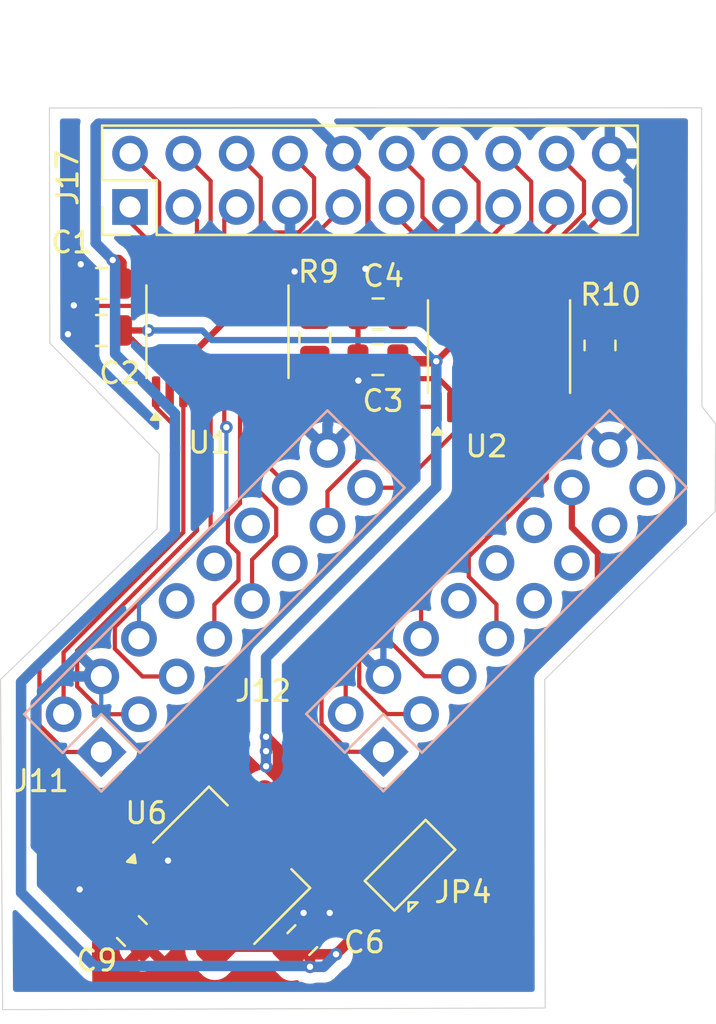
<source format=kicad_pcb>
(kicad_pcb (version 20240108) (generator "pcbnew") (generator_version "8.0")
  (layers (0 "F.Cu" signal) (31 "B.Cu" signal) (34 "B.Paste" user) (35 "F.Paste" user) (36 "B.SilkS" user "B.Silkscreen") (37 "F.SilkS" user "F.Silkscreen") (38 "B.Mask" user) (39 "F.Mask" user) (44 "Edge.Cuts" user))
  (net 0 "")
  (net 1 "GND")
  (net 2 "+3V3")
  (net 3 "/8bit_bus/D1_6")
  (net 4 "/8bit_bus/CM_D_P4")
  (net 5 "/8bit_bus/CM_A_N5")
  (net 6 "/8bit_bus/CM_B_N3")
  (net 7 "/8bit_bus/D1_5")
  (net 8 "/8bit_bus/D1_2")
  (net 9 "/8bit_bus/D1_3")
  (net 10 "/8bit_bus/CM_E_N4")
  (net 11 "/8bit_bus/CM_C_P3")
  (net 12 "/8bit_bus/CM_CLK_M3")
  (net 13 "/8bit_bus/CM_STB_N1")
  (net 14 "/8bit_bus/D1_1")
  (net 15 "/8bit_bus/CM_OE_M4")
  (net 16 "/8bit_bus/D1_4")
  (net 17 "/8bit_bus/D2_2")
  (net 19 "/8bit_bus/D2_3")
  (net 22 "/8bit_bus/D2_6")
  (net 23 "/8bit_bus/D2_5")
  (net 27 "/8bit_bus/D2_4")
  (net 29 "/8bit_bus/D2_1")
  (net 30 "+5V")
  (net 31 "Net-(J12-Pin_14)")
  (net 32 "/8bit_bus/D0")
  (net 33 "/8bit_bus/D2")
  (net 34 "/8bit_bus/D4")
  (net 35 "/8bit_bus/D6")
  (net 36 "/8bit_bus/D1")
  (net 37 "/8bit_bus/D3")
  (net 38 "/8bit_bus/D7")
  (net 39 "/8bit_bus/D5")
  (net 40 "/8bit_bus/OE")
  (net 41 "/8bit_bus/D11")
  (net 42 "/8bit_bus/CLK")
  (net 43 "/8bit_bus/D10")
  (net 44 "/8bit_bus/A")
  (net 45 "/8bit_bus/STB")
  (net 46 "/8bit_bus/D9")
  (net 47 "/8bit_bus/D8")
  (net 48 "Net-(U1-OE)")
  (net 49 "Net-(U2-OE)")
  (footprint "Capacitor_SMD:C_0805_2012Metric" (layer "F.Cu") (at 38.502142 58.490601 45)
    (property "Reference" "C6" (at 2.018013 2.162333 180) (layer "F.SilkS"))
    (property "Value" "C_Small")
    (pad "1" smd roundrect (at -0.949999 0 45) (size 1 1.45) (layers "F.Cu" "F.Paste" "F.Mask") (net 30 "+5V"))
    (pad "2" smd roundrect (at 0.949999 0 45) (size 1 1.45) (layers "F.Cu" "F.Paste" "F.Mask") (net 1 "GND"))
  )
  (footprint "Capacitor_SMD:C_0805_2012Metric" (layer "F.Cu") (at 28.935893 29.48425 180)
    (property "Reference" "C2" (at -0.8636 -2.032 0) (layer "F.SilkS"))
    (property "Value" "100nF")
    (pad "1" smd roundrect (at -0.949999 0 180) (size 1 1.45) (layers "F.Cu" "F.Paste" "F.Mask") (net 2 "+3V3"))
    (pad "2" smd roundrect (at 0.949999 0 180) (size 1 1.45) (layers "F.Cu" "F.Paste" "F.Mask") (net 1 "GND"))
  )
  (footprint "Jumper:SolderJumper-3_P1.3mm_Open_Pad1.0x1.5mm" (layer "F.Cu") (at 43.633893 54.92885 45)
    (property "Reference" "JP4" (at 0.881762 2.686582 0) (layer "F.SilkS"))
    (property "Value" "Jumper_2_Open")
    (pad "1" smd rect (at -1.3 0 45) (size 1 1.5) (layers "F.Cu" "F.Mask") (net 30 "+5V"))
    (pad "2" smd rect (at 0 0 45) (size 1 1.5) (layers "F.Cu" "F.Mask") (net 31 "Net-(J12-Pin_14)"))
    (pad "3" smd rect (at 1.3 0 45) (size 1 1.5) (layers "F.Cu" "F.Mask"))
  )
  (footprint "Capacitor_SMD:C_0805_2012Metric" (layer "F.Cu") (at 42.103892 30.86885 180)
    (property "Reference" "C3" (at -0.243201 -1.9682 0) (layer "F.SilkS"))
    (property "Value" "100nF")
    (pad "1" smd roundrect (at -0.949999 0 180) (size 1 1.45) (layers "F.Cu" "F.Paste" "F.Mask") (net 2 "+3V3"))
    (pad "2" smd roundrect (at 0.949999 0 180) (size 1 1.45) (layers "F.Cu" "F.Paste" "F.Mask") (net 1 "GND"))
  )
  (footprint "Resistor_SMD:R_0805_2012Metric" (layer "F.Cu") (at 52.684893 30.19545 90)
    (property "Reference" "R10" (at 2.413 0.508 0) (layer "F.SilkS"))
    (property "Value" "1k")
    (pad "1" smd roundrect (at -0.9125 0 90) (size 1.025 1.4) (layers "F.Cu" "F.Paste" "F.Mask") (roundrect_rratio 0.243902) (net 49 "Net-(U2-OE)"))
    (pad "2" smd roundrect (at 0.9125 0 90) (size 1.025 1.4) (layers "F.Cu" "F.Paste" "F.Mask") (roundrect_rratio 0.243902) (net 2 "+3V3"))
  )
  (footprint "Capacitor_SMD:C_0805_2012Metric" (layer "F.Cu") (at 42.113894 28.69885 180)
    (property "Reference" "C4" (at -0.258599 1.8054 0) (layer "F.SilkS"))
    (property "Value" "100nF")
    (pad "1" smd roundrect (at -0.949999 0 180) (size 1 1.45) (layers "F.Cu" "F.Paste" "F.Mask") (net 30 "+5V"))
    (pad "2" smd roundrect (at 0.949999 0 180) (size 1 1.45) (layers "F.Cu" "F.Paste" "F.Mask") (net 1 "GND"))
  )
  (footprint "Resistor_SMD:R_0805_2012Metric" (layer "F.Cu") (at 39.095893 29.81445 90)
    (property "Reference" "R9" (at 3.1203 0.1782 180) (layer "F.SilkS"))
    (property "Value" "1k")
    (pad "1" smd roundrect (at -0.9125 0 90) (size 1.025 1.4) (layers "F.Cu" "F.Paste" "F.Mask") (roundrect_rratio 0.243902) (net 48 "Net-(U1-OE)"))
    (pad "2" smd roundrect (at 0.9125 0 90) (size 1.025 1.4) (layers "F.Cu" "F.Paste" "F.Mask") (roundrect_rratio 0.243902) (net 2 "+3V3"))
  )
  (footprint "Capacitor_SMD:C_0805_2012Metric" (layer "F.Cu") (at 30.382142 58.057099 135)
    (property "Reference" "C9" (at 0.194948 -2.173646 180) (layer "F.SilkS"))
    (property "Value" "C_Small")
    (pad "1" smd roundrect (at -0.949999 0 135) (size 1 1.45) (layers "F.Cu" "F.Paste" "F.Mask") (net 2 "+3V3"))
    (pad "2" smd roundrect (at 0.949999 0 135) (size 1 1.45) (layers "F.Cu" "F.Paste" "F.Mask") (net 1 "GND"))
  )
  (footprint "Package_SO:TSSOP-20_4.4x6.5mm_P0.65mm" (layer "F.Cu") (at 34.458893 29.54135 90)
    (property "Reference" "U1" (at -5.2769 -0.3922 180) (layer "F.SilkS"))
    (property "Value" "TXS0108EPW")
    (pad "1" smd roundrect (at -2.8625 -2.925 90) (size 1.475 0.4) (layers "F.Cu" "F.Paste" "F.Mask") (net 14 "/8bit_bus/D1_1"))
    (pad "2" smd roundrect (at -2.8625 -2.275 90) (size 1.475 0.4) (layers "F.Cu" "F.Paste" "F.Mask") (net 2 "+3V3"))
    (pad "3" smd roundrect (at -2.8625 -1.625 90) (size 1.475 0.4) (layers "F.Cu" "F.Paste" "F.Mask") (net 8 "/8bit_bus/D1_2"))
    (pad "4" smd roundrect (at -2.8625 -0.975 90) (size 1.475 0.4) (layers "F.Cu" "F.Paste" "F.Mask") (net 9 "/8bit_bus/D1_3"))
    (pad "5" smd roundrect (at -2.8625 -0.325 90) (size 1.475 0.4) (layers "F.Cu" "F.Paste" "F.Mask") (net 16 "/8bit_bus/D1_4"))
    (pad "6" smd roundrect (at -2.8625 0.325 90) (size 1.475 0.4) (layers "F.Cu" "F.Paste" "F.Mask") (net 7 "/8bit_bus/D1_5"))
    (pad "7" smd roundrect (at -2.8625 0.975 90) (size 1.475 0.4) (layers "F.Cu" "F.Paste" "F.Mask") (net 3 "/8bit_bus/D1_6"))
    (pad "8" smd roundrect (at -2.8625 1.625 90) (size 1.475 0.4) (layers "F.Cu" "F.Paste" "F.Mask") (net 5 "/8bit_bus/CM_A_N5"))
    (pad "9" smd roundrect (at -2.8625 2.275 90) (size 1.475 0.4) (layers "F.Cu" "F.Paste" "F.Mask") (net 13 "/8bit_bus/CM_STB_N1"))
    (pad "10" smd roundrect (at -2.8625 2.925 90) (size 1.475 0.4) (layers "F.Cu" "F.Paste" "F.Mask") (net 48 "Net-(U1-OE)"))
    (pad "11" smd roundrect (at 2.8625 2.925 90) (size 1.475 0.4) (layers "F.Cu" "F.Paste" "F.Mask") (net 1 "GND"))
    (pad "12" smd roundrect (at 2.8625 2.275 90) (size 1.475 0.4) (layers "F.Cu" "F.Paste" "F.Mask") (net 45 "/8bit_bus/STB"))
    (pad "13" smd roundrect (at 2.8625 1.625 90) (size 1.475 0.4) (layers "F.Cu" "F.Paste" "F.Mask") (net 44 "/8bit_bus/A"))
    (pad "14" smd roundrect (at 2.8625 0.975 90) (size 1.475 0.4) (layers "F.Cu" "F.Paste" "F.Mask") (net 39 "/8bit_bus/D5"))
    (pad "15" smd roundrect (at 2.8625 0.325 90) (size 1.475 0.4) (layers "F.Cu" "F.Paste" "F.Mask") (net 34 "/8bit_bus/D4"))
    (pad "16" smd roundrect (at 2.8625 -0.325 90) (size 1.475 0.4) (layers "F.Cu" "F.Paste" "F.Mask") (net 37 "/8bit_bus/D3"))
    (pad "17" smd roundrect (at 2.8625 -0.975 90) (size 1.475 0.4) (layers "F.Cu" "F.Paste" "F.Mask") (net 33 "/8bit_bus/D2"))
    (pad "18" smd roundrect (at 2.8625 -1.625 90) (size 1.475 0.4) (layers "F.Cu" "F.Paste" "F.Mask") (net 36 "/8bit_bus/D1"))
    (pad "19" smd roundrect (at 2.8625 -2.275 90) (size 1.475 0.4) (layers "F.Cu" "F.Paste" "F.Mask") (net 30 "+5V"))
    (pad "20" smd roundrect (at 2.8625 -2.925 90) (size 1.475 0.4) (layers "F.Cu" "F.Paste" "F.Mask") (net 32 "/8bit_bus/D0"))
  )
  (footprint "Package_TO_SOT_SMD:SOT-223-3_TabPin2" (layer "F.Cu") (at 35.113893 54.94885 45)
    (property "Reference" "U6" (at -1.089934 -4.629711 180) (layer "F.SilkS"))
    (property "Value" "AMS1117-3.3")
    (pad "1" smd roundrect (at -3.15 -2.3 45) (size 2 1.5) (layers "F.Cu" "F.Paste" "F.Mask") (net 1 "GND"))
    (pad "2" smd roundrect (at -3.149999 0 45) (size 2 1.5) (layers "F.Cu" "F.Paste" "F.Mask") (net 2 "+3V3"))
    (pad "2" smd roundrect (at 3.149999 0 45) (size 2 3.8) (layers "F.Cu" "F.Paste" "F.Mask") (net 2 "+3V3"))
    (pad "3" smd roundrect (at -3.15 2.3 45) (size 2 1.5) (layers "F.Cu" "F.Paste" "F.Mask") (net 30 "+5V"))
  )
  (footprint "Package_SO:TSSOP-20_4.4x6.5mm_P0.65mm" (layer "F.Cu") (at 47.873893 30.251349 90)
    (property "Reference" "U2" (at -4.744701 -0.5992 180) (layer "F.SilkS"))
    (property "Value" "TXS0108EPW")
    (pad "1" smd roundrect (at -2.8625 -2.925 90) (size 1.475 0.4) (layers "F.Cu" "F.Paste" "F.Mask") (net 12 "/8bit_bus/CM_CLK_M3"))
    (pad "2" smd roundrect (at -2.8625 -2.275 90) (size 1.475 0.4) (layers "F.Cu" "F.Paste" "F.Mask") (net 2 "+3V3"))
    (pad "3" smd roundrect (at -2.8625 -1.625 90) (size 1.475 0.4) (layers "F.Cu" "F.Paste" "F.Mask") (net 15 "/8bit_bus/CM_OE_M4"))
    (pad "4" smd roundrect (at -2.8625 -0.975 90) (size 1.475 0.4) (layers "F.Cu" "F.Paste" "F.Mask") (net 29 "/8bit_bus/D2_1"))
    (pad "5" smd roundrect (at -2.8625 -0.325 90) (size 1.475 0.4) (layers "F.Cu" "F.Paste" "F.Mask") (net 17 "/8bit_bus/D2_2"))
    (pad "6" smd roundrect (at -2.8625 0.325 90) (size 1.475 0.4) (layers "F.Cu" "F.Paste" "F.Mask") (net 19 "/8bit_bus/D2_3"))
    (pad "7" smd roundrect (at -2.8625 0.975 90) (size 1.475 0.4) (layers "F.Cu" "F.Paste" "F.Mask") (net 27 "/8bit_bus/D2_4"))
    (pad "8" smd roundrect (at -2.8625 1.625 90) (size 1.475 0.4) (layers "F.Cu" "F.Paste" "F.Mask") (net 23 "/8bit_bus/D2_5"))
    (pad "9" smd roundrect (at -2.8625 2.275 90) (size 1.475 0.4) (layers "F.Cu" "F.Paste" "F.Mask") (net 22 "/8bit_bus/D2_6"))
    (pad "10" smd roundrect (at -2.8625 2.925 90) (size 1.475 0.4) (layers "F.Cu" "F.Paste" "F.Mask") (net 49 "Net-(U2-OE)"))
    (pad "11" smd roundrect (at 2.8625 2.925 90) (size 1.475 0.4) (layers "F.Cu" "F.Paste" "F.Mask") (net 1 "GND"))
    (pad "12" smd roundrect (at 2.8625 2.275 90) (size 1.475 0.4) (layers "F.Cu" "F.Paste" "F.Mask") (net 41 "/8bit_bus/D11"))
    (pad "13" smd roundrect (at 2.8625 1.625 90) (size 1.475 0.4) (layers "F.Cu" "F.Paste" "F.Mask") (net 43 "/8bit_bus/D10"))
    (pad "14" smd roundrect (at 2.8625 0.975 90) (size 1.475 0.4) (layers "F.Cu" "F.Paste" "F.Mask") (net 46 "/8bit_bus/D9"))
    (pad "15" smd roundrect (at 2.8625 0.325 90) (size 1.475 0.4) (layers "F.Cu" "F.Paste" "F.Mask") (net 47 "/8bit_bus/D8"))
    (pad "16" smd roundrect (at 2.8625 -0.325 90) (size 1.475 0.4) (layers "F.Cu" "F.Paste" "F.Mask") (net 38 "/8bit_bus/D7"))
    (pad "17" smd roundrect (at 2.8625 -0.975 90) (size 1.475 0.4) (layers "F.Cu" "F.Paste" "F.Mask") (net 35 "/8bit_bus/D6"))
    (pad "18" smd roundrect (at 2.8625 -1.625 90) (size 1.475 0.4) (layers "F.Cu" "F.Paste" "F.Mask") (net 40 "/8bit_bus/OE"))
    (pad "19" smd roundrect (at 2.8625 -2.275 90) (size 1.475 0.4) (layers "F.Cu" "F.Paste" "F.Mask") (net 30 "+5V"))
    (pad "20" smd roundrect (at 2.8625 -2.925 90) (size 1.475 0.4) (layers "F.Cu" "F.Paste" "F.Mask") (net 42 "/8bit_bus/CLK"))
  )
  (footprint "Connector_PinHeader_2.54mm:PinHeader_2x10_P2.54mm_Vertical" (layer "F.Cu") (at 30.293893 23.60885 90)
    (property "Reference" "J17" (at 1.389 -2.9836 90) (layer "F.SilkS"))
    (property "Value" "Conn_02x10_Odd_Even")
    (pad "1" thru_hole rect (at 0 0 90) (size 1.7 1.7) (drill 1) (layers "*.Cu" "*.Mask") (net 32 "/8bit_bus/D0"))
    (pad "2" thru_hole oval (at 2.54 0 90) (size 1.7 1.7) (drill 1) (layers "*.Cu" "*.Mask") (net 36 "/8bit_bus/D1"))
    (pad "3" thru_hole oval (at 0 2.54 90) (size 1.7 1.7) (drill 1) (layers "*.Cu" "*.Mask") (net 33 "/8bit_bus/D2"))
    (pad "4" thru_hole oval (at 2.54 2.54 90) (size 1.7 1.7) (drill 1) (layers "*.Cu" "*.Mask") (net 37 "/8bit_bus/D3"))
    (pad "5" thru_hole oval (at 0 5.079999 90) (size 1.7 1.7) (drill 1) (layers "*.Cu" "*.Mask") (net 34 "/8bit_bus/D4"))
    (pad "6" thru_hole oval (at 2.54 5.08 90) (size 1.7 1.7) (drill 1) (layers "*.Cu" "*.Mask") (net 39 "/8bit_bus/D5"))
    (pad "7" thru_hole oval (at 0 7.62 90) (size 1.7 1.7) (drill 1) (layers "*.Cu" "*.Mask") (net 1 "GND"))
    (pad "8" thru_hole oval (at 2.54 7.62 90) (size 1.7 1.7) (drill 1) (layers "*.Cu" "*.Mask") (net 44 "/8bit_bus/A"))
    (pad "9" thru_hole oval (at 0 10.16 90) (size 1.7 1.7) (drill 1) (layers "*.Cu" "*.Mask") (net 45 "/8bit_bus/STB"))
    (pad "10" thru_hole oval (at 2.54 10.16 90) (size 1.7 1.7) (drill 1) (layers "*.Cu" "*.Mask") (net 30 "+5V"))
    (pad "11" thru_hole oval (at 0 12.7 90) (size 1.7 1.7) (drill 1) (layers "*.Cu" "*.Mask") (net 42 "/8bit_bus/CLK"))
    (pad "12" thru_hole oval (at 2.54 12.7 90) (size 1.7 1.7) (drill 1) (layers "*.Cu" "*.Mask") (net 40 "/8bit_bus/OE"))
    (pad "13" thru_hole oval (at 0 15.24 90) (size 1.7 1.7) (drill 1) (layers "*.Cu" "*.Mask") (net 1 "GND"))
    (pad "14" thru_hole oval (at 2.54 15.24 90) (size 1.7 1.7) (drill 1) (layers "*.Cu" "*.Mask") (net 35 "/8bit_bus/D6"))
    (pad "15" thru_hole oval (at 0 17.780001 90) (size 1.7 1.7) (drill 1) (layers "*.Cu" "*.Mask") (net 38 "/8bit_bus/D7"))
    (pad "16" thru_hole oval (at 2.54 17.78 90) (size 1.7 1.7) (drill 1) (layers "*.Cu" "*.Mask") (net 47 "/8bit_bus/D8"))
    (pad "17" thru_hole oval (at 0 20.32 90) (size 1.7 1.7) (drill 1) (layers "*.Cu" "*.Mask") (net 46 "/8bit_bus/D9"))
    (pad "18" thru_hole oval (at 2.54 20.32 90) (size 1.7 1.7) (drill 1) (layers "*.Cu" "*.Mask") (net 43 "/8bit_bus/D10"))
    (pad "19" thru_hole oval (at 0 22.86 90) (size 1.7 1.7) (drill 1) (layers "*.Cu" "*.Mask") (net 41 "/8bit_bus/D11"))
    (pad "20" thru_hole oval (at 2.54 22.86 90) (size 1.7 1.7) (drill 1) (layers "*.Cu" "*.Mask") (net 1 "GND"))
  )
  (footprint "Capacitor_SMD:C_0805_2012Metric" (layer "F.Cu") (at 28.935893 27.24905 180)
    (property "Reference" "C1" (at 1.4224 1.9558 0) (layer "F.SilkS"))
    (property "Value" "100nF")
    (pad "1" smd roundrect (at -0.949999 0 180) (size 1 1.45) (layers "F.Cu" "F.Paste" "F.Mask") (net 30 "+5V"))
    (pad "2" smd roundrect (at 0.949999 0 180) (size 1 1.45) (layers "F.Cu" "F.Paste" "F.Mask") (net 1 "GND"))
  )
  (footprint "Connector_PinSocket_2.54mm:PinSocket_2x08_P2.54mm_Vertical" (layer "B.Cu") (at 28.923893 49.53885 -45)
    (property "Reference" "J11" (at -1.061084 3.016942 180) (layer "F.SilkS"))
    (property "Value" "Conn_02x08_Odd_Even")
    (pad "1" thru_hole rect (at 0 0 315) (size 1.7 1.7) (drill 1) (layers "*.Cu" "*.Mask") (net 14 "/8bit_bus/D1_1"))
    (pad "2" thru_hole oval (at -2.54 0 315) (size 1.7 1.7) (drill 1) (layers "*.Cu" "*.Mask") (net 8 "/8bit_bus/D1_2"))
    (pad "3" thru_hole oval (at 0 -2.54 315) (size 1.7 1.7) (drill 1) (layers "*.Cu" "*.Mask") (net 9 "/8bit_bus/D1_3"))
    (pad "4" thru_hole oval (at -2.54 -2.54 315) (size 1.7 1.7) (drill 1) (layers "*.Cu" "*.Mask") (net 1 "GND"))
    (pad "5" thru_hole oval (at 0 -5.079999 315) (size 1.7 1.7) (drill 1) (layers "*.Cu" "*.Mask") (net 16 "/8bit_bus/D1_4"))
    (pad "6" thru_hole oval (at -2.54 -5.08 315) (size 1.7 1.7) (drill 1) (layers "*.Cu" "*.Mask") (net 7 "/8bit_bus/D1_5"))
    (pad "7" thru_hole oval (at 0 -7.62 315) (size 1.7 1.7) (drill 1) (layers "*.Cu" "*.Mask") (net 3 "/8bit_bus/D1_6"))
    (pad "8" thru_hole oval (at -2.54 -7.62 315) (size 1.7 1.7) (drill 1) (layers "*.Cu" "*.Mask") (net 10 "/8bit_bus/CM_E_N4"))
    (pad "9" thru_hole oval (at 0 -10.16 315) (size 1.7 1.7) (drill 1) (layers "*.Cu" "*.Mask") (net 5 "/8bit_bus/CM_A_N5"))
    (pad "10" thru_hole oval (at -2.54 -10.16 315) (size 1.7 1.7) (drill 1) (layers "*.Cu" "*.Mask") (net 6 "/8bit_bus/CM_B_N3"))
    (pad "11" thru_hole oval (at 0 -12.7 315) (size 1.7 1.7) (drill 1) (layers "*.Cu" "*.Mask") (net 11 "/8bit_bus/CM_C_P3"))
    (pad "12" thru_hole oval (at -2.54 -12.7 315) (size 1.7 1.7) (drill 1) (layers "*.Cu" "*.Mask") (net 4 "/8bit_bus/CM_D_P4"))
    (pad "13" thru_hole oval (at 0 -15.24 315) (size 1.7 1.7) (drill 1) (layers "*.Cu" "*.Mask") (net 12 "/8bit_bus/CM_CLK_M3"))
    (pad "14" thru_hole oval (at -2.54 -15.24 315) (size 1.7 1.7) (drill 1) (layers "*.Cu" "*.Mask") (net 13 "/8bit_bus/CM_STB_N1"))
    (pad "15" thru_hole oval (at 0 -17.780001 315) (size 1.7 1.7) (drill 1) (layers "*.Cu" "*.Mask") (net 15 "/8bit_bus/CM_OE_M4"))
    (pad "16" thru_hole oval (at -2.54 -17.78 315) (size 1.7 1.7) (drill 1) (layers "*.Cu" "*.Mask") (net 1 "GND"))
  )
  (footprint "Connector_PinSocket_2.54mm:PinSocket_2x08_P2.54mm_Vertical" (layer "B.Cu") (at 42.363893 49.52885 -45)
    (property "Reference" "J12" (at -6.103321 2.002668 180) (layer "F.SilkS"))
    (property "Value" "Conn_02x08_Odd_Even" (hide yes))
    (pad "1" thru_hole rect (at 0 0 315) (size 1.7 1.7) (drill 1) (layers "*.Cu" "*.Mask") (net 29 "/8bit_bus/D2_1"))
    (pad "2" thru_hole oval (at -2.54 0 315) (size 1.7 1.7) (drill 1) (layers "*.Cu" "*.Mask") (net 17 "/8bit_bus/D2_2"))
    (pad "3" thru_hole oval (at 0 -2.54 315) (size 1.7 1.7) (drill 1) (layers "*.Cu" "*.Mask") (net 19 "/8bit_bus/D2_3"))
    (pad "4" thru_hole oval (at -2.54 -2.54 315) (size 1.7 1.7) (drill 1) (layers "*.Cu" "*.Mask") (net 1 "GND"))
    (pad "5" thru_hole oval (at 0 -5.079999 315) (size 1.7 1.7) (drill 1) (layers "*.Cu" "*.Mask") (net 27 "/8bit_bus/D2_4"))
    (pad "6" thru_hole oval (at -2.54 -5.08 315) (size 1.7 1.7) (drill 1) (layers "*.Cu" "*.Mask") (net 23 "/8bit_bus/D2_5"))
    (pad "7" thru_hole oval (at 0 -7.62 315) (size 1.7 1.7) (drill 1) (layers "*.Cu" "*.Mask") (net 22 "/8bit_bus/D2_6"))
    (pad "8" thru_hole oval (at -2.54 -7.62 315) (size 1.7 1.7) (drill 1) (layers "*.Cu" "*.Mask"))
    (pad "9" thru_hole oval (at 0 -10.16 315) (size 1.7 1.7) (drill 1) (layers "*.Cu" "*.Mask"))
    (pad "10" thru_hole oval (at -2.54 -10.16 315) (size 1.7 1.7) (drill 1) (layers "*.Cu" "*.Mask"))
    (pad "11" thru_hole oval (at 0 -12.7 315) (size 1.7 1.7) (drill 1) (layers "*.Cu" "*.Mask"))
    (pad "12" thru_hole oval (at -2.54 -12.7 315) (size 1.7 1.7) (drill 1) (layers "*.Cu" "*.Mask"))
    (pad "13" thru_hole oval (at 0 -15.24 315) (size 1.7 1.7) (drill 1) (layers "*.Cu" "*.Mask"))
    (pad "14" thru_hole oval (at -2.54 -15.24 315) (size 1.7 1.7) (drill 1) (layers "*.Cu" "*.Mask") (net 31 "Net-(J12-Pin_14)"))
    (pad "15" thru_hole oval (at 0 -17.780001 315) (size 1.7 1.7) (drill 1) (layers "*.Cu" "*.Mask"))
    (pad "16" thru_hole oval (at -2.54 -17.78 315) (size 1.7 1.7) (drill 1) (layers "*.Cu" "*.Mask") (net 1 "GND"))
  )
  (gr_poly (pts (xy 31.683893 35.35885) (xy 26.473893 30.08885) (xy 26.453893 18.89885) (xy 57.523893 18.88885) (xy 57.543893 33.10885) (xy 58.193893 33.93885) (xy 58.173893 38.08885) (xy 50.053893 46.08885) (xy 50.073893 61.71885) (xy 24.223893 61.79885) (xy 24.123893 46.08885) (xy 31.583893 38.91885)) (stroke (width 0.05)) (fill none) (layer "Edge.Cuts"))
  (segment (start 54.437493 22.35245) (end 53.153893 21.06885) (width 0.3) (layer "F.Cu") (net 1))
  (segment (start 29.710391 57.099661) (end 31.260161 55.549891) (width 0.5) (layer "F.Cu") (net 1))
  (segment (start 41.153893 31.84885) (end 41.173893 31.86885) (width 0.25) (layer "F.Cu") (net 1))
  (segment (start 37.383893 27.416349) (end 37.383893 26.67885) (width 0.2) (layer "F.Cu") (net 1))
  (segment (start 32.103893 54.706159) (end 31.260161 55.549891) (width 0.5) (layer "F.Cu") (net 1))
  (segment (start 50.798893 27.388849) (end 52.157892 26.02985) (width 0.3) (layer "F.Cu") (net 1))
  (segment (start 39.183893 57.81885) (end 39.807093 57.19565) (width 0.3) (layer "F.Cu") (net 1))
  (segment (start 27.985894 28.31585) (end 36.484392 28.31585) (width 0.2) (layer "F.Cu") (net 1))
  (segment (start 27.985894 28.31585) (end 27.985894 28.21425) (width 0.2) (layer "F.Cu") (net 1))
  (segment (start 41.163895 28.69885) (end 39.143895 26.67885) (width 0.25) (layer "F.Cu") (net 1))
  (segment (start 27.808094 29.66205) (end 27.985894 29.48425) (width 0.2) (layer "F.Cu") (net 1))
  (segment (start 41.163895 26.893848) (end 41.163895 28.69885) (width 0.2) (layer "F.Cu") (net 1))
  (segment (start 27.985894 28.21425) (end 27.985894 27.24905) (width 0.2) (layer "F.Cu") (net 1))
  (segment (start 41.508893 26.54885) (end 41.163895 26.893848) (width 0.2) (layer "F.Cu") (net 1))
  (segment (start 27.985894 28.21425) (end 27.691293 28.21425) (width 0.2) (layer "F.Cu") (net 1))
  (segment (start 41.153893 28.708852) (end 41.163895 28.69885) (width 0.25) (layer "F.Cu") (net 1))
  (segment (start 29.710391 57.385348) (end 29.201791 57.385348) (width 0.5) (layer "F.Cu") (net 1))
  (segment (start 29.201791 57.385348) (end 27.894493 56.07805) (width 0.5) (layer "F.Cu") (net 1))
  (segment (start 52.157892 26.02985) (end 53.446893 26.02985) (width 0.3) (layer "F.Cu") (net 1))
  (segment (start 39.173893 57.81885) (end 39.173893 57.80705) (width 0.3) (layer "F.Cu") (net 1))
  (segment (start 39.173893 57.80705) (end 38.562493 57.19565) (width 0.3) (layer "F.Cu") (net 1))
  (segment (start 27.985894 29.48425) (end 27.985894 28.31585) (width 0.2) (layer "F.Cu") (net 1))
  (segment (start 27.691293 28.21425) (end 27.615093 28.29045) (width 0.2) (layer "F.Cu") (net 1))
  (segment (start 36.484392 28.31585) (end 37.383893 27.416349) (width 0.2) (layer "F.Cu") (net 1))
  (segment (start 41.153893 30.86885) (end 41.153893 31.84885) (width 0.25) (layer "F.Cu") (net 1))
  (segment (start 41.153893 30.86885) (end 41.153893 28.708852) (width 0.25) (layer "F.Cu") (net 1))
  (segment (start 39.173893 57.81885) (end 39.183893 57.81885) (width 0.3) (layer "F.Cu") (net 1))
  (segment (start 54.437493 25.03925) (end 54.437493 22.35245) (width 0.3) (layer "F.Cu") (net 1))
  (segment (start 27.335693 29.66205) (end 27.808094 29.66205) (width 0.2) (layer "F.Cu") (net 1))
  (segment (start 29.710391 57.385348) (end 29.710391 57.099661) (width 0.5) (layer "F.Cu") (net 1))
  (segment (start 53.446893 26.02985) (end 54.437493 25.03925) (width 0.3) (layer "F.Cu") (net 1))
  (segment (start 27.985894 26.375251) (end 27.945293 26.33465) (width 0.2) (layer "F.Cu") (net 1))
  (segment (start 27.985894 27.24905) (end 27.985894 26.375251) (width 0.2) (layer "F.Cu") (net 1))
  (segment (start 39.143895 26.67885) (end 37.383893 26.67885) (width 0.25) (layer "F.Cu") (net 1))
  (via (at 27.894493 56.07805) (size 0.6) (drill 0.3) (layers "F.Cu" "B.Cu") (net 1))
  (via (at 41.508893 26.54885) (size 0.6) (drill 0.3) (layers "F.Cu" "B.Cu") (net 1))
  (via (at 41.173893 31.86885) (size 0.6) (drill 0.3) (layers "F.Cu" "B.Cu") (net 1))
  (via (at 32.103893 54.706159) (size 0.6) (drill 0.3) (layers "F.Cu" "B.Cu") (net 1))
  (via (at 27.615093 28.29045) (size 0.6) (drill 0.3) (layers "F.Cu" "B.Cu") (net 1))
  (via (at 27.335693 29.66205) (size 0.6) (drill 0.3) (layers "F.Cu" "B.Cu") (net 1))
  (via (at 38.562493 57.19565) (size 0.6) (drill 0.3) (layers "F.Cu" "B.Cu") (net 1))
  (via (at 38.133893 26.67885) (size 0.6) (drill 0.3) (layers "F.Cu" "B.Cu") (net 1))
  (via (at 27.945293 26.33465) (size 0.6) (drill 0.3) (layers "F.Cu" "B.Cu") (net 1))
  (via (at 39.807093 57.19565) (size 0.6) (drill 0.3) (layers "F.Cu" "B.Cu") (net 1))
  (segment (start 38.843893 25.28885) (end 38.903893 25.34885) (width 0.5) (layer "B.Cu") (net 1))
  (segment (start 38.263893 26.54885) (end 43.883893 26.54885) (width 0.5) (layer "B.Cu") (net 1))
  (segment (start 27.894493 56.07805) (end 25.803893 53.98745) (width 0.5) (layer "B.Cu") (net 1))
  (segment (start 42.363893 45.936748) (end 41.354595 44.92745) (width 0.3) (layer "B.Cu") (net 1))
  (segment (start 54.453893 22.36885) (end 53.153893 21.06885) (width 0.5) (layer "B.Cu") (net 1))
  (segment (start 30.732002 56.07805) (end 32.103893 54.706159) (width 0.5) (layer "B.Cu") (net 1))
  (segment (start 53.1402 35.16044) (end 54.453893 33.846747) (width 0.5) (layer "B.Cu") (net 1))
  (segment (start 38.383893 25.28885) (end 38.843893 25.28885) (width 0.5) (layer "B.Cu") (net 1))
  (segment (start 27.894493 56.07805) (end 28.148493 55.82405) (width 0.5) (layer "B.Cu") (net 1))
  (segment (start 41.354595 44.92745) (end 39.146693 44.92745) (width 0.3) (layer "B.Cu") (net 1))
  (segment (start 42.363893 45.936748) (end 42.363893 42.75985) (width 0.3) (layer "B.Cu") (net 1))
  (segment (start 25.803893 47.22827) (end 27.085415 45.946748) (width 0.5) (layer "B.Cu") (net 1))
  (segment (start 39.730893 33.937666) (end 39.730893 32.22745) (width 0.5) (layer "B.Cu") (net 1))
  (segment (start 37.913893 26.45885) (end 38.133893 26.67885) (width 0.5) (layer "B.Cu") (net 1))
  (segment (start 38.133893 26.67885) (end 38.263893 26.54885) (width 0.5) (layer "B.Cu") (net 1))
  (segment (start 37.913893 23.60885) (end 37.913893 24.81885) (width 0.5) (layer "B.Cu") (net 1))
  (segment (start 54.453893 33.846747) (end 54.453893 22.36885) (width 0.5) (layer "B.Cu") (net 1))
  (segment (start 27.085415 45.946748) (end 28.923893 45.946748) (width 0.5) (layer "B.Cu") (net 1))
  (segment (start 28.923893 47.573094) (end 31.302771 49.951972) (width 0.2) (layer "B.Cu") (net 1))
  (segment (start 27.894493 56.07805) (end 30.732002 56.07805) (width 0.5) (layer "B.Cu") (net 1))
  (segment (start 38.903893 25.34885) (end 44.663893 25.34885) (width 0.5) (layer "B.Cu") (net 1))
  (segment (start 28.148493 53.10625) (end 31.302771 49.951972) (width 0.5) (layer "B.Cu") (net 1))
  (segment (start 31.302771 49.951972) (end 32.103893 50.753094) (width 0.2) (layer "B.Cu") (net 1))
  (segment (start 39.730893 32.22745) (end 40.815293 32.22745) (width 0.5) (layer "B.Cu") (net 1))
  (segment (start 25.803893 53.98745) (end 25.803893 47.22827) (width 0.5) (layer "B.Cu") (net 1))
  (segment (start 37.913893 24.81885) (end 38.383893 25.28885) (width 0.5) (layer "B.Cu") (net 1))
  (segment (start 44.663893 25.34885) (end 45.533893 24.47885) (width 0.5) (layer "B.Cu") (net 1))
  (segment (start 45.533893 24.89885) (end 45.093893 25.33885) (width 0.25) (layer "B.Cu") (net 1))
  (segment (start 27.945293 26.33465) (end 27.945293 29.05245) (width 0.2) (layer "B.Cu") (net 1))
  (segment (start 40.815293 32.22745) (end 41.173893 31.86885) (width 0.5) (layer "B.Cu") (net 1))
  (segment (start 39.7002 33.968359) (end 39.730893 33.937666) (width 0.5) (layer "B.Cu") (net 1))
  (segment (start 42.363893 42.75985) (end 42.347093 42.74305) (width 0.3) (layer "B.Cu") (net 1))
  (segment (start 28.923893 45.946748) (end 28.923893 47.573094) (width 0.2) (layer "B.Cu") (net 1))
  (segment (start 39.7002 35.17044) (end 39.7002 33.968359) (width 0.5) (layer "B.Cu") (net 1))
  (segment (start 37.913893 23.60885) (end 37.913893 26.45885) (width 0.5) (layer "B.Cu") (net 1))
  (segment (start 45.533893 24.47885) (end 45.533893 23.60885) (width 0.5) (layer "B.Cu") (net 1))
  (segment (start 43.883893 26.54885) (end 45.093893 25.33885) (width 0.5) (layer "B.Cu") (net 1))
  (segment (start 45.533893 23.60885) (end 45.533893 24.89885) (width 0.25) (layer "B.Cu") (net 1))
  (segment (start 32.103893 50.753094) (end 32.103893 54.706159) (width 0.2) (layer "B.Cu") (net 1))
  (segment (start 27.945293 29.05245) (end 27.335693 29.66205) (width 0.2) (layer "B.Cu") (net 1))
  (segment (start 28.148493 55.82405) (end 28.148493 53.10625) (width 0.5) (layer "B.Cu") (net 1))
  (segment (start 31.333893 58.72885) (end 32.886507 57.176236) (width 0.5) (layer "F.Cu") (net 2))
  (segment (start 44.883893 30.94885) (end 43.133891 30.94885) (width 0.5) (layer "F.Cu") (net 2))
  (segment (start 43.963891 31.77885) (end 43.053891 30.86885) (width 0.25) (layer "F.Cu") (net 2))
  (segment (start 37.341279 50.786236) (end 37.341279 49.381036) (width 0.5) (layer "F.Cu") (net 2))
  (segment (start 36.773893 50.21885) (end 36.773893 49.49945) (width 0.5) (layer "F.Cu") (net 2))
  (segment (start 34.959125 28.90195) (end 32.183893 31.677182) (width 0.3) (layer "F.Cu") (net 2))
  (segment (start 45.598893 33.113849) (end 45.598893 32.37385) (width 0.25) (layer "F.Cu") (net 2))
  (segment (start 45.598893 32.37385) (end 45.003893 31.77885) (width 0.25) (layer "F.Cu") (net 2))
  (segment (start 36.773893 48.81365) (end 36.773893 49.49945) (width 0.5) (layer "F.Cu") (net 2))
  (segment (start 43.133891 30.94885) (end 43.053891 30.86885) (width 0.5) (layer "F.Cu") (net 2))
  (segment (start 39.095893 28.90195) (end 34.959125 28.90195) (width 0.3) (layer "F.Cu") (net 2))
  (segment (start 38.993893 28.94885) (end 34.947581 28.94885) (width 0.25) (layer "F.Cu") (net 2))
  (segment (start 32.183893 31.666351) (end 30.386392 29.86885) (width 0.2) (layer "F.Cu") (net 2))
  (segment (start 52.684893 29.28295) (end 46.549793 29.28295) (width 0.3) (layer "F.Cu") (net 2))
  (segment (start 37.341279 50.786236) (end 36.773893 50.21885) (width 0.5) (layer "F.Cu") (net 2))
  (segment (start 32.183893 31.677182) (end 32.183893 32.40385) (width 0.3) (layer "F.Cu") (net 2))
  (segment (start 31.053893 58.72885) (end 31.333893 58.72885) (width 0.5) (layer "F.Cu") (net 2))
  (segment (start 29.885892 29.48425) (end 31.171093 29.48425) (width 0.3) (layer "F.Cu") (net 2))
  (segment (start 32.183893 32.40385) (end 32.183893 31.666351) (width 0.2) (layer "F.Cu") (net 2))
  (segment (start 34.947581 28.94885) (end 32.183893 31.712538) (width 0.25) (layer "F.Cu") (net 2))
  (segment (start 37.341279 52.721464) (end 37.341279 50.786236) (width 0.5) (layer "F.Cu") (net 2))
  (segment (start 32.886507 57.176236) (end 37.341279 52.721464) (width 0.5) (layer "F.Cu") (net 2))
  (segment (start 46.549793 29.28295) (end 44.883893 30.94885) (width 0.3) (layer "F.Cu") (net 2))
  (segment (start 37.341279 49.381036) (end 36.773893 48.81365) (width 0.5) (layer "F.Cu") (net 2))
  (segment (start 32.183893 31.712538) (end 32.183893 32.40385) (width 0.25) (layer "F.Cu") (net 2))
  (segment (start 30.386392 29.86885) (end 29.873891 29.86885) (width 0.2) (layer "F.Cu") (net 2))
  (segment (start 45.003893 31.77885) (end 43.963891 31.77885) (width 0.25) (layer "F.Cu") (net 2))
  (via (at 31.171093 29.48425) (size 0.6) (drill 0.3) (layers "F.Cu" "B.Cu") (net 2))
  (via (at 44.883893 30.94885) (size 0.6) (drill 0.3) (layers "F.Cu" "B.Cu") (net 2))
  (via (at 36.773893 49.49945) (size 0.6) (drill 0.3) (layers "F.Cu" "B.Cu") (net 2))
  (via (at 36.773893 50.21885) (size 0.6) (drill 0.3) (layers "F.Cu" "B.Cu") (net 2))
  (via (at 36.773893 48.81365) (size 0.6) (drill 0.3) (layers "F.Cu" "B.Cu") (net 2))
  (segment (start 33.736493 29.48425) (end 34.193693 29.94145) (width 0.3) (layer "B.Cu") (net 2))
  (segment (start 36.773893 48.81365) (end 36.773893 45.04885) (width 0.5) (layer "B.Cu") (net 2))
  (segment (start 40.763893 41.05885) (end 44.883893 36.93885) (width 0.5) (layer "B.Cu") (net 2))
  (segment (start 44.883893 36.93885) (end 44.883893 30.94885) (width 0.5) (layer "B.Cu") (net 2))
  (segment (start 43.876493 29.94145) (end 34.193693 29.94145) (width 0.3) (layer "B.Cu") (net 2))
  (segment (start 36.773893 50.21885) (end 36.773893 48.81365) (width 0.5) (layer "B.Cu") (net 2))
  (segment (start 31.171093 29.48425) (end 33.736493 29.48425) (width 0.3) (layer "B.Cu") (net 2))
  (segment (start 44.883893 30.94885) (end 43.876493 29.94145) (width 0.3) (layer "B.Cu") (net 2))
  (segment (start 36.773893 45.04885) (end 40.763893 41.05885) (width 0.5) (layer "B.Cu") (net 2))
  (segment (start 35.533893 37.710402) (end 34.958098 38.286197) (width 0.2) (layer "F.Cu") (net 3))
  (segment (start 34.958098 39.578299) (end 35.462047 40.082248) (width 0.2) (layer "F.Cu") (net 3))
  (segment (start 34.312047 42.52435) (end 34.312047 44.150696) (width 0.2) (layer "F.Cu") (net 3))
  (segment (start 34.958098 38.286197) (end 34.958098 39.578299) (width 0.2) (layer "F.Cu") (net 3))
  (segment (start 35.433893 32.40385) (end 35.533893 32.50385) (width 0.2) (layer "F.Cu") (net 3))
  (segment (start 35.533893 32.50385) (end 35.533893 37.710402) (width 0.2) (layer "F.Cu") (net 3))
  (segment (start 35.462047 40.082248) (end 35.462047 41.37435) (width 0.2) (layer "F.Cu") (net 3))
  (segment (start 35.462047 41.37435) (end 34.312047 42.52435) (width 0.2) (layer "F.Cu") (net 3))
  (segment (start 36.108098 40.388889) (end 37.258098 39.238889) (width 0.2) (layer "F.Cu") (net 5))
  (segment (start 36.108098 42.354645) (end 36.108098 40.388889) (width 0.2) (layer "F.Cu") (net 5))
  (segment (start 37.258098 39.238889) (end 37.258098 37.946786) (width 0.2) (layer "F.Cu") (net 5))
  (segment (start 36.083893 36.772581) (end 36.083893 32.40385) (width 0.2) (layer "F.Cu") (net 5))
  (segment (start 37.258098 37.946786) (end 36.083893 36.772581) (width 0.2) (layer "F.Cu") (net 5))
  (segment (start 34.783893 33.98885) (end 34.883893 34.08885) (width 0.2) (layer "F.Cu") (net 7))
  (segment (start 34.783893 32.40385) (end 34.783893 33.98885) (width 0.2) (layer "F.Cu") (net 7))
  (via (at 34.883893 34.08885) (size 0.6) (drill 0.3) (layers "F.Cu" "B.Cu") (net 7))
  (segment (start 30.719944 42.52435) (end 30.719944 44.150696) (width 0.2) (layer "B.Cu") (net 7))
  (segment (start 34.883893 38.360401) (end 30.719944 42.52435) (width 0.2) (layer "B.Cu") (net 7))
  (segment (start 34.883893 34.08885) (end 34.883893 38.360401) (width 0.2) (layer "B.Cu") (net 7))
  (segment (start 27.127842 47.742799) (end 27.127842 44.795914) (width 0.2) (layer "F.Cu") (net 8))
  (segment (start 32.833893 39.089863) (end 32.833893 32.40385) (width 0.2) (layer "F.Cu") (net 8))
  (segment (start 27.127842 44.795914) (end 32.833893 39.089863) (width 0.2) (layer "F.Cu") (net 8))
  (segment (start 30.719944 47.252799) (end 30.743893 47.22885) (width 0.2) (layer "F.Cu") (net 9))
  (segment (start 29.093598 47.742799) (end 27.773893 46.423094) (width 0.2) (layer "F.Cu") (net 9))
  (segment (start 27.773893 44.71555) (end 33.483893 39.00555) (width 0.2) (layer "F.Cu") (net 9))
  (segment (start 30.719944 47.742799) (end 29.093598 47.742799) (width 0.2) (layer "F.Cu") (net 9))
  (segment (start 30.719944 47.742799) (end 30.719944 47.252799) (width 0.2) (layer "F.Cu") (net 9))
  (segment (start 27.773893 46.423094) (end 27.773893 44.71555) (width 0.2) (layer "F.Cu") (net 9))
  (segment (start 33.483893 39.00555) (end 33.483893 32.40385) (width 0.2) (layer "F.Cu") (net 9))
  (segment (start 39.7002 37.136197) (end 43.722548 33.113849) (width 0.2) (layer "F.Cu") (net 12))
  (segment (start 39.7002 38.762543) (end 39.7002 37.136197) (width 0.2) (layer "F.Cu") (net 12))
  (segment (start 43.722548 33.113849) (end 44.948893 33.113849) (width 0.2) (layer "F.Cu") (net 12))
  (segment (start 36.733893 35.796235) (end 37.904149 36.966491) (width 0.2) (layer "F.Cu") (net 13))
  (segment (start 36.733893 32.40385) (end 36.733893 35.796235) (width 0.2) (layer "F.Cu") (net 13))
  (segment (start 26.265178 45.081514) (end 25.977842 45.36885) (width 0.2) (layer "F.Cu") (net 14))
  (segment (start 26.276557 45.081514) (end 26.265178 45.081514) (width 0.2) (layer "F.Cu") (net 14))
  (segment (start 25.977842 45.36885) (end 25.977842 48.262799) (width 0.2) (layer "F.Cu") (net 14))
  (segment (start 25.977842 48.262799) (end 27.253893 49.53885) (width 0.2) (layer "F.Cu") (net 14))
  (segment (start 31.533893 33.141349) (end 31.533893 32.40385) (width 0.2) (layer "F.Cu") (net 14))
  (segment (start 27.253893 49.53885) (end 28.923893 49.53885) (width 0.2) (layer "F.Cu") (net 14))
  (segment (start 26.276557 45.081514) (end 32.293893 39.064177) (width 0.2) (layer "F.Cu") (net 14))
  (segment (start 32.293893 39.064177) (end 32.293893 33.901349) (width 0.2) (layer "F.Cu") (net 14))
  (segment (start 32.293893 33.901349) (end 31.533893 33.141349) (width 0.2) (layer "F.Cu") (net 14))
  (segment (start 43.13375 36.966491) (end 46.248893 33.851348) (width 0.2) (layer "F.Cu") (net 15))
  (segment (start 46.248893 33.851348) (end 46.248893 33.113849) (width 0.2) (layer "F.Cu") (net 15))
  (segment (start 41.496252 36.966491) (end 43.13375 36.966491) (width 0.2) (layer "F.Cu") (net 15))
  (segment (start 34.133893 39.02885) (end 34.133893 32.40385) (width 0.2) (layer "F.Cu") (net 16))
  (segment (start 29.569944 44.627042) (end 29.569944 43.592799) (width 0.2) (layer "F.Cu") (net 16))
  (segment (start 32.515995 45.946748) (end 30.88965 45.946748) (width 0.2) (layer "F.Cu") (net 16))
  (segment (start 30.88965 45.946748) (end 29.569944 44.627042) (width 0.2) (layer "F.Cu") (net 16))
  (segment (start 29.569944 43.592799) (end 34.133893 39.02885) (width 0.2) (layer "F.Cu") (net 16))
  (segment (start 47.548893 36.442479) (end 40.567842 43.42353) (width 0.2) (layer "F.Cu") (net 17))
  (segment (start 47.548893 33.113849) (end 47.548893 36.442479) (width 0.2) (layer "F.Cu") (net 17))
  (segment (start 40.567842 43.42353) (end 40.567842 47.732799) (width 0.2) (layer "F.Cu") (net 17))
  (segment (start 48.198893 33.113849) (end 48.198893 36.358164) (width 0.2) (layer "F.Cu") (net 19))
  (segment (start 41.213893 46.413094) (end 42.533598 47.732799) (width 0.2) (layer "F.Cu") (net 19))
  (segment (start 41.213893 43.343164) (end 41.213893 46.413094) (width 0.2) (layer "F.Cu") (net 19))
  (segment (start 48.198893 36.358164) (end 41.213893 43.343164) (width 0.2) (layer "F.Cu") (net 19))
  (segment (start 42.533598 47.732799) (end 44.159944 47.732799) (width 0.2) (layer "F.Cu") (net 19))
  (segment (start 50.148893 33.113849) (end 50.148893 36.525402) (width 0.2) (layer "F.Cu") (net 22))
  (segment (start 46.432341 40.241954) (end 46.432341 41.194645) (width 0.2) (layer "F.Cu") (net 22))
  (segment (start 47.752047 42.514351) (end 47.752047 44.140696) (width 0.2) (layer "F.Cu") (net 22))
  (segment (start 50.148893 36.525402) (end 46.432341 40.241954) (width 0.2) (layer "F.Cu") (net 22))
  (segment (start 46.432341 41.194645) (end 47.752047 42.514351) (width 0.2) (layer "F.Cu") (net 22))
  (segment (start 44.159944 44.140696) (end 44.159944 41.838485) (width 0.2) (layer "F.Cu") (net 23))
  (segment (start 49.498893 36.499536) (end 49.498893 33.113849) (width 0.2) (layer "F.Cu") (net 23))
  (segment (start 44.159944 41.838485) (end 49.498893 36.499536) (width 0.2) (layer "F.Cu") (net 23))
  (segment (start 42.593893 42.83885) (end 48.848893 36.58385) (width 0.2) (layer "F.Cu") (net 27))
  (segment (start 45.955995 45.936748) (end 44.32965 45.936748) (width 0.2) (layer "F.Cu") (net 27))
  (segment (start 42.593893 44.200991) (end 42.593893 42.83885) (width 0.2) (layer "F.Cu") (net 27))
  (segment (start 44.32965 45.936748) (end 42.593893 44.200991) (width 0.2) (layer "F.Cu") (net 27))
  (segment (start 48.848893 36.58385) (end 48.848893 33.113849) (width 0.2) (layer "F.Cu") (net 27))
  (segment (start 40.737547 49.52885) (end 42.363893 49.52885) (width 0.2) (layer "F.Cu") (net 29))
  (segment (start 39.417842 44.007844) (end 39.417842 48.209145) (width 0.2) (layer "F.Cu") (net 29))
  (segment (start 39.417842 48.209145) (end 40.737547 49.52885) (width 0.2) (layer "F.Cu") (net 29))
  (segment (start 46.898893 36.526793) (end 39.417842 44.007844) (width 0.2) (layer "F.Cu") (net 29))
  (segment (start 46.898893 33.113849) (end 46.898893 36.526793) (width 0.2) (layer "F.Cu") (net 29))
  (segment (start 34.512852 58.802582) (end 36.303893 58.802582) (width 0.5) (layer "F.Cu") (net 30))
  (segment (start 39.253893 59.162352) (end 38.943493 59.162352) (width 0.5) (layer "F.Cu") (net 30))
  (segment (start 41.628893 22.24385) (end 41.628893 25.14385) (width 0.25) (layer "F.Cu") (net 30))
  (segment (start 40.453893 21.06885) (end 41.628893 22.24385) (width 0.25) (layer "F.Cu") (net 30))
  (segment (start 42.714654 55.848089) (end 42.714654 56.555195) (width 0.5) (layer "F.Cu") (net 30))
  (segment (start 29.750093 26.13285) (end 29.885892 26.268649) (width 0.5) (layer "F.Cu") (net 30))
  (segment (start 37.470621 58.802582) (end 37.830391 59.162352) (width 0.5) (layer "F.Cu") (net 30))
  (segment (start 29.885892 26.268649) (end 29.885892 27.24905) (width 0.5) (layer "F.Cu") (net 30))
  (segment (start 45.598893 27.388849) (end 45.598893 28.126348) (width 0.2) (layer "F.Cu") (net 30))
  (segment (start 31.868592 27.73165) (end 32.183893 27.416349) (width 0.2) (layer "F.Cu") (net 30))
  (segment (start 30.368492 27.73165) (end 31.868592 27.73165) (width 0.2) (layer "F.Cu") (net 30))
  (segment (start 38.943493 59.162352) (end 37.830391 59.162352) (width 0.5) (layer "F.Cu") (net 30))
  (segment (start 29.467893 26.13285) (end 29.750093 26.13285) (width 0.5) (layer "F.Cu") (net 30))
  (segment (start 45.026391 28.69885) (end 43.063893 28.69885) (width 0.2) (layer "F.Cu") (net 30))
  (segment (start 40.107497 59.162352) (end 39.253893 59.162352) (width 0.5) (layer "F.Cu") (net 30))
  (segment (start 41.628893 25.14385) (end 43.063893 26.57885) (width 0.25) (layer "F.Cu") (net 30))
  (segment (start 45.598893 28.126348) (end 45.026391 28.69885) (width 0.2) (layer "F.Cu") (net 30))
  (segment (start 42.714654 56.555195) (end 40.107497 59.162352) (width 0.5) (layer "F.Cu") (net 30))
  (segment (start 32.183893 27.416349) (end 32.183893 26.67885) (width 0.2) (layer "F.Cu") (net 30))
  (segment (start 43.063893 26.57885) (end 43.063893 28.69885) (width 0.25) (layer "F.Cu") (net 30))
  (segment (start 38.867293 59.238552) (end 38.943493 59.162352) (width 0.5) (layer "F.Cu") (net 30))
  (segment (start 29.885892 27.24905) (end 30.368492 27.73165) (width 0.2) (layer "F.Cu") (net 30))
  (segment (start 38.867293 59.76105) (end 38.867293 59.238552) (width 0.5) (layer "F.Cu") (net 30))
  (segment (start 36.303893 58.802582) (end 37.470621 58.802582) (width 0.5) (layer "F.Cu") (net 30))
  (via (at 38.867293 59.76105) (size 0.6) (drill 0.3) (layers "F.Cu" "B.Cu") (net 30))
  (via (at 29.467893 26.13285) (size 0.6) (drill 0.3) (layers "F.Cu" "B.Cu") (net 30))
  (via (at 40.107497 59.162352) (size 0.6) (drill 0.3) (layers "F.Cu" "B.Cu") (net 30))
  (segment (start 32.327767 39.235341) (end 32.327589 39.244313) (width 0.5) (layer "B.Cu") (net 30))
  (segment (start 29.582193 30.593183) (end 32.43566 33.44665) (width 0.5) (layer "B.Cu") (net 30))
  (segment (start 32.433833 35.371511) (end 32.433833 39.129275) (width 0.5) (layer "B.Cu") (net 30))
  (segment (start 32.43566 33.44665) (end 32.43566 35.062326) (width 0.5) (layer "B.Cu") (net 30))
  (segment (start 39.508799 59.76105) (end 40.107497 59.162352) (width 0.5) (layer "B.Cu") (net 30))
  (segment (start 29.467893 26.13285) (end 29.582193 26.24715) (width 0.5) (layer "B.Cu") (net 30))
  (segment (start 39.033119 19.648076) (end 40.453893 21.06885) (width 0.5) (layer "B.Cu") (net 30))
  (segment (start 29.467893 26.13285) (end 28.656493 25.32145) (width 0.5) (layer "B.Cu") (net 30))
  (segment (start 32.433833 39.129275) (end 32.327767 39.235341) (width 0.5) (layer "B.Cu") (net 30))
  (segment (start 29.582193 26.24715) (end 29.582193 30.593183) (width 0.5) (layer "B.Cu") (net 30))
  (segment (start 28.595493 59.72045) (end 38.826693 59.72045) (width 0.5) (layer "B.Cu") (net 30))
  (segment (start 25.103893 46.211854) (end 25.103893 56.22885) (width 0.5) (layer "B.Cu") (net 30))
  (segment (start 32.43566 35.062326) (end 32.44232 35.069371) (width 0.5) (layer "B.Cu") (net 30))
  (segment (start 32.327589 39.244313) (end 25.738229 45.577518) (width 0.5) (layer "B.Cu") (net 30))
  (segment (start 25.738229 45.577518) (end 25.103893 46.211854) (width 0.5) (layer "B.Cu") (net 30))
  (segment (start 25.103893 56.22885) (end 28.595493 59.72045) (width 0.5) (layer "B.Cu") (net 30))
  (segment (start 28.834129 19.648084) (end 28.834395 19.648084) (width 0.5) (layer "B.Cu") (net 30))
  (segment (start 28.656493 19.78145) (end 28.789845 19.648098) (width 0.5) (layer "B.Cu") (net 30))
  (segment (start 28.834395 19.648084) (end 28.859797 19.648076) (width 0.5) (layer "B.Cu") (net 30))
  (segment (start 28.789845 19.648098) (end 28.834129 19.648084) (width 0.5) (layer "B.Cu") (net 30))
  (segment (start 32.44232 35.069371) (end 32.433833 35.371511) (width 0.5) (layer "B.Cu") (net 30))
  (segment (start 28.859797 19.648076) (end 39.033119 19.648076) (width 0.5) (layer "B.Cu") (net 30))
  (segment (start 38.867293 59.76105) (end 39.508799 59.76105) (width 0.5) (layer "B.Cu") (net 30))
  (segment (start 28.656493 25.32145) (end 28.656493 19.78145) (width 0.5) (layer "B.Cu") (net 30))
  (segment (start 38.826693 59.72045) (end 38.867293 59.76105) (width 0.5) (layer "B.Cu") (net 30))
  (segment (start 43.633893 54.92885) (end 43.103563 54.39852) (width 0.3) (layer "F.Cu") (net 31))
  (segment (start 43.103563 51.05438) (end 52.583293 41.57465) (width 0.3) (layer "F.Cu") (net 31))
  (segment (start 52.583293 40.090681) (end 51.344149 38.851537) (width 0.3) (layer "F.Cu") (net 31))
  (segment (start 52.583293 41.57465) (end 52.583293 40.090681) (width 0.3) (layer "F.Cu") (net 31))
  (segment (start 43.103563 54.39852) (end 43.103563 51.05438) (width 0.3) (layer "F.Cu") (net 31))
  (segment (start 51.344149 38.851537) (end 51.344149 36.956491) (width 0.3) (layer "F.Cu") (net 31))
  (segment (start 30.293893 24.32885) (end 31.463893 25.49885) (width 0.2) (layer "F.Cu") (net 32))
  (segment (start 31.463893 25.62885) (end 31.533893 25.69885) (width 0.2) (layer "F.Cu") (net 32))
  (segment (start 31.463893 25.49885) (end 31.463893 25.62885) (width 0.2) (layer "F.Cu") (net 32))
  (segment (start 31.533893 25.69885) (end 31.533893 26.67885) (width 0.2) (layer "F.Cu") (net 32))
  (segment (start 30.293893 23.60885) (end 30.293893 24.32885) (width 0.2) (layer "F.Cu") (net 32))
  (segment (start 32.833893 23.60885) (end 33.483893 24.25885) (width 0.2) (layer "F.Cu") (net 33))
  (segment (start 33.483893 24.25885) (end 33.483893 26.67885) (width 0.2) (layer "F.Cu") (net 33))
  (segment (start 35.373892 23.60885) (end 34.783893 24.198849) (width 0.2) (layer "F.Cu") (net 34))
  (segment (start 34.783893 24.198849) (end 34.783893 26.67885) (width 0.2) (layer "F.Cu") (net 34))
  (segment (start 46.898893 22.43385) (end 46.898893 27.388849) (width 0.2) (layer "F.Cu") (net 35))
  (segment (start 45.533893 21.06885) (end 46.898893 22.43385) (width 0.2) (layer "F.Cu") (net 35))
  (segment (start 31.683893 24.85885) (end 32.833893 26.00885) (width 0.2) (layer "F.Cu") (net 36))
  (segment (start 30.293893 21.06885) (end 31.683893 22.45885) (width 0.2) (layer "F.Cu") (net 36))
  (segment (start 31.683893 22.45885) (end 31.683893 24.85885) (width 0.2) (layer "F.Cu") (net 36))
  (segment (start 32.833893 26.00885) (end 32.833893 26.67885) (width 0.2) (layer "F.Cu") (net 36))
  (segment (start 32.833893 21.06885) (end 34.133893 22.36885) (width 0.2) (layer "F.Cu") (net 37))
  (segment (start 34.133893 22.36885) (end 34.133893 26.67885) (width 0.2) (layer "F.Cu") (net 37))
  (segment (start 48.073894 24.463449) (end 47.548893 24.98845) (width 0.2) (layer "F.Cu") (net 38))
  (segment (start 48.073894 23.60885) (end 48.073894 24.463449) (width 0.2) (layer "F.Cu") (net 38))
  (segment (start 47.548893 24.98845) (end 47.548893 27.388849) (width 0.2) (layer "F.Cu") (net 38))
  (segment (start 35.433893 26.01885) (end 35.433893 26.67885) (width 0.2) (layer "F.Cu") (net 39))
  (segment (start 36.523892 24.928851) (end 35.433893 26.01885) (width 0.2) (layer "F.Cu") (net 39))
  (segment (start 36.523892 22.218849) (end 36.523892 24.928851) (width 0.2) (layer "F.Cu") (net 39))
  (segment (start 35.373893 21.06885) (end 36.523892 22.218849) (width 0.2) (layer "F.Cu") (net 39))
  (segment (start 44.226693 22.30165) (end 44.226693 24.08385) (width 0.2) (layer "F.Cu") (net 40))
  (segment (start 46.248893 26.10605) (end 46.248893 27.388849) (width 0.2) (layer "F.Cu") (net 40))
  (segment (start 44.226693 24.08385) (end 46.248893 26.10605) (width 0.2) (layer "F.Cu") (net 40))
  (segment (start 42.993893 21.06885) (end 44.226693 22.30165) (width 0.2) (layer "F.Cu") (net 40))
  (segment (start 50.148893 27.388849) (end 50.148893 26.61385) (width 0.2) (layer "F.Cu") (net 41))
  (segment (start 50.148893 26.61385) (end 53.153893 23.60885) (width 0.2) (layer "F.Cu") (net 41))
  (segment (start 42.993893 24.06045) (end 42.993893 23.60885) (width 0.2) (layer "F.Cu") (net 42))
  (segment (start 44.948893 27.388849) (end 44.948893 26.01545) (width 0.2) (layer "F.Cu") (net 42))
  (segment (start 44.948893 26.01545) (end 42.993893 24.06045) (width 0.2) (layer "F.Cu") (net 42))
  (segment (start 49.498893 26.350196) (end 49.498893 27.388849) (width 0.2) (layer "F.Cu") (net 43))
  (segment (start 51.922893 22.37785) (end 51.922893 23.926196) (width 0.2) (layer "F.Cu") (net 43))
  (segment (start 51.922893 23.926196) (end 49.498893 26.350196) (width 0.2) (layer "F.Cu") (net 43))
  (segment (start 50.613893 21.06885) (end 51.922893 22.37785) (width 0.2) (layer "F.Cu") (net 43))
  (segment (start 39.063893 22.21885) (end 39.063893 24.085196) (width 0.2) (layer "F.Cu") (net 44))
  (segment (start 38.330239 24.81885) (end 37.206394 24.81885) (width 0.2) (layer "F.Cu") (net 44))
  (segment (start 37.913893 21.06885) (end 39.063893 22.21885) (width 0.2) (layer "F.Cu") (net 44))
  (segment (start 39.063893 24.085196) (end 38.330239 24.81885) (width 0.2) (layer "F.Cu") (net 44))
  (segment (start 36.083893 25.941351) (end 36.083893 26.67885) (width 0.2) (layer "F.Cu") (net 44))
  (segment (start 37.206394 24.81885) (end 36.083893 25.941351) (width 0.2) (layer "F.Cu") (net 44))
  (segment (start 36.733893 26.67885) (end 36.733893 25.89885) (width 0.2) (layer "F.Cu") (net 45))
  (segment (start 36.733893 25.89885) (end 37.413893 25.21885) (width 0.2) (layer "F.Cu") (net 45))
  (segment (start 38.843893 25.21885) (end 40.453893 23.60885) (width 0.2) (layer "F.Cu") (net 45))
  (segment (start 37.413893 25.21885) (end 38.843893 25.21885) (width 0.2) (layer "F.Cu") (net 45))
  (segment (start 48.848893 26.13205) (end 48.848893 27.388849) (width 0.2) (layer "F.Cu") (net 46))
  (segment (start 50.613893 23.60885) (end 50.613893 24.36705) (width 0.2) (layer "F.Cu") (net 46))
  (segment (start 50.613893 24.36705) (end 48.848893 26.13205) (width 0.2) (layer "F.Cu") (net 46))
  (segment (start 49.408293 24.43945) (end 49.408293 22.40325) (width 0.2) (layer "F.Cu") (net 47))
  (segment (start 48.198893 27.388849) (end 48.198893 25.64885) (width 0.2) (layer "F.Cu") (net 47))
  (segment (start 48.198893 25.64885) (end 49.408293 24.43945) (width 0.2) (layer "F.Cu") (net 47))
  (segment (start 49.408293 22.40325) (end 48.073893 21.06885) (width 0.2) (layer "F.Cu") (net 47))
  (segment (start 39.060793 30.72695) (end 39.095893 30.72695) (width 0.2) (layer "F.Cu") (net 48))
  (segment (start 38.993893 30.79385) (end 38.993893 30.77385) (width 0.2) (layer "F.Cu") (net 48))
  (segment (start 37.383893 32.40385) (end 39.060793 30.72695) (width 0.2) (layer "F.Cu") (net 48))
  (segment (start 37.383893 32.40385) (end 38.993893 30.79385) (width 0.2) (layer "F.Cu") (net 48))
  (segment (start 50.798893 31.85285) (end 51.543793 31.10795) (width 0.3) (layer "F.Cu") (net 49))
  (segment (start 50.798893 33.113849) (end 50.798893 31.85285) (width 0.3) (layer "F.Cu") (net 49))
  (segment (start 51.543793 31.10795) (end 52.684893 31.10795) (width 0.3) (layer "F.Cu") (net 49))
  (zone (net 2) (net_name "+3V3") (layer "F.Cu") (priority 3) (connect_pads (clearance 0.5)) (min_thickness 0.25) (fill yes (thermal_gap 0.5) (thermal_bridge_width 0.5))
    (polygon (pts (xy 28.554893 53.30945) (xy 34.117493 47.84845) (xy 42.651893 56.23045) (xy 38.130693 60.80245) (xy 28.504093 60.80245) (xy 28.478693 59.12605)))
  )
  (zone (net 1) (net_name "GND") (layer "B.Cu") (connect_pads (clearance 0.5)) (min_thickness 0.25) (fill yes (thermal_gap 0.5) (thermal_bridge_width 0.5))
    (polygon (pts (xy 26.903893 19.29885) (xy 56.875893 19.29885) (xy 56.825093 39.00925) (xy 49.763893 46.09585) (xy 49.763893 60.95485) (xy 24.617893 60.95485) (xy 24.617893 46.22285) (xy 32.110893 38.98385) (xy 32.110893 34.79285) (xy 26.903893 29.83985)))
  )
)
</source>
